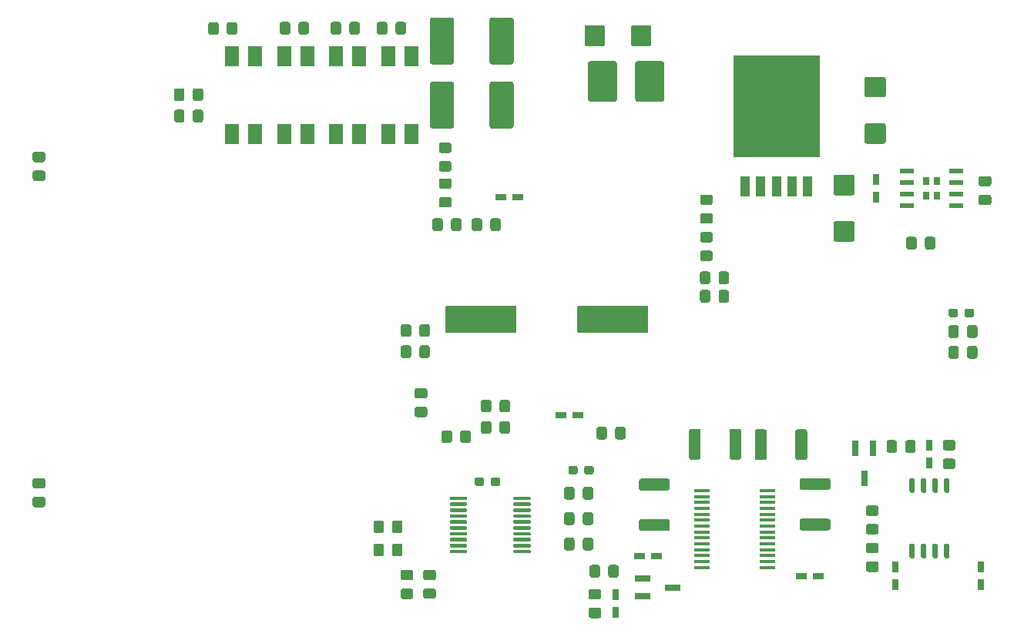
<source format=gbp>
G04 #@! TF.GenerationSoftware,KiCad,Pcbnew,(5.1.6)-1*
G04 #@! TF.CreationDate,2021-11-01T19:25:02+01:00*
G04 #@! TF.ProjectId,32mz_gauge4_sensors,33326d7a-5f67-4617-9567-65345f73656e,rev?*
G04 #@! TF.SameCoordinates,Original*
G04 #@! TF.FileFunction,Paste,Bot*
G04 #@! TF.FilePolarity,Positive*
%FSLAX46Y46*%
G04 Gerber Fmt 4.6, Leading zero omitted, Abs format (unit mm)*
G04 Created by KiCad (PCBNEW (5.1.6)-1) date 2021-11-01 19:25:02*
%MOMM*%
%LPD*%
G01*
G04 APERTURE LIST*
%ADD10R,9.448800X11.252200*%
%ADD11R,1.016000X2.286000*%
%ADD12R,1.600000X2.250000*%
%ADD13R,0.800000X1.800000*%
%ADD14R,1.800000X0.800000*%
%ADD15R,1.200000X0.750000*%
%ADD16R,0.750000X1.200000*%
%ADD17R,1.750000X0.450000*%
%ADD18R,0.720000X0.960000*%
%ADD19R,1.550000X0.600000*%
G04 APERTURE END LIST*
G36*
G01*
X75357000Y-84597500D02*
X75357000Y-84797500D01*
G75*
G02*
X75257000Y-84897500I-100000J0D01*
G01*
X73557000Y-84897500D01*
G75*
G02*
X73457000Y-84797500I0J100000D01*
G01*
X73457000Y-84597500D01*
G75*
G02*
X73557000Y-84497500I100000J0D01*
G01*
X75257000Y-84497500D01*
G75*
G02*
X75357000Y-84597500I0J-100000D01*
G01*
G37*
G36*
G01*
X75357000Y-85247500D02*
X75357000Y-85447500D01*
G75*
G02*
X75257000Y-85547500I-100000J0D01*
G01*
X73557000Y-85547500D01*
G75*
G02*
X73457000Y-85447500I0J100000D01*
G01*
X73457000Y-85247500D01*
G75*
G02*
X73557000Y-85147500I100000J0D01*
G01*
X75257000Y-85147500D01*
G75*
G02*
X75357000Y-85247500I0J-100000D01*
G01*
G37*
G36*
G01*
X75357000Y-85897500D02*
X75357000Y-86097500D01*
G75*
G02*
X75257000Y-86197500I-100000J0D01*
G01*
X73557000Y-86197500D01*
G75*
G02*
X73457000Y-86097500I0J100000D01*
G01*
X73457000Y-85897500D01*
G75*
G02*
X73557000Y-85797500I100000J0D01*
G01*
X75257000Y-85797500D01*
G75*
G02*
X75357000Y-85897500I0J-100000D01*
G01*
G37*
G36*
G01*
X75357000Y-86547500D02*
X75357000Y-86747500D01*
G75*
G02*
X75257000Y-86847500I-100000J0D01*
G01*
X73557000Y-86847500D01*
G75*
G02*
X73457000Y-86747500I0J100000D01*
G01*
X73457000Y-86547500D01*
G75*
G02*
X73557000Y-86447500I100000J0D01*
G01*
X75257000Y-86447500D01*
G75*
G02*
X75357000Y-86547500I0J-100000D01*
G01*
G37*
G36*
G01*
X75357000Y-87197500D02*
X75357000Y-87397500D01*
G75*
G02*
X75257000Y-87497500I-100000J0D01*
G01*
X73557000Y-87497500D01*
G75*
G02*
X73457000Y-87397500I0J100000D01*
G01*
X73457000Y-87197500D01*
G75*
G02*
X73557000Y-87097500I100000J0D01*
G01*
X75257000Y-87097500D01*
G75*
G02*
X75357000Y-87197500I0J-100000D01*
G01*
G37*
G36*
G01*
X75357000Y-87847500D02*
X75357000Y-88047500D01*
G75*
G02*
X75257000Y-88147500I-100000J0D01*
G01*
X73557000Y-88147500D01*
G75*
G02*
X73457000Y-88047500I0J100000D01*
G01*
X73457000Y-87847500D01*
G75*
G02*
X73557000Y-87747500I100000J0D01*
G01*
X75257000Y-87747500D01*
G75*
G02*
X75357000Y-87847500I0J-100000D01*
G01*
G37*
G36*
G01*
X75357000Y-88497500D02*
X75357000Y-88697500D01*
G75*
G02*
X75257000Y-88797500I-100000J0D01*
G01*
X73557000Y-88797500D01*
G75*
G02*
X73457000Y-88697500I0J100000D01*
G01*
X73457000Y-88497500D01*
G75*
G02*
X73557000Y-88397500I100000J0D01*
G01*
X75257000Y-88397500D01*
G75*
G02*
X75357000Y-88497500I0J-100000D01*
G01*
G37*
G36*
G01*
X75357000Y-89147500D02*
X75357000Y-89347500D01*
G75*
G02*
X75257000Y-89447500I-100000J0D01*
G01*
X73557000Y-89447500D01*
G75*
G02*
X73457000Y-89347500I0J100000D01*
G01*
X73457000Y-89147500D01*
G75*
G02*
X73557000Y-89047500I100000J0D01*
G01*
X75257000Y-89047500D01*
G75*
G02*
X75357000Y-89147500I0J-100000D01*
G01*
G37*
G36*
G01*
X75357000Y-89797500D02*
X75357000Y-89997500D01*
G75*
G02*
X75257000Y-90097500I-100000J0D01*
G01*
X73557000Y-90097500D01*
G75*
G02*
X73457000Y-89997500I0J100000D01*
G01*
X73457000Y-89797500D01*
G75*
G02*
X73557000Y-89697500I100000J0D01*
G01*
X75257000Y-89697500D01*
G75*
G02*
X75357000Y-89797500I0J-100000D01*
G01*
G37*
G36*
G01*
X75357000Y-90447500D02*
X75357000Y-90647500D01*
G75*
G02*
X75257000Y-90747500I-100000J0D01*
G01*
X73557000Y-90747500D01*
G75*
G02*
X73457000Y-90647500I0J100000D01*
G01*
X73457000Y-90447500D01*
G75*
G02*
X73557000Y-90347500I100000J0D01*
G01*
X75257000Y-90347500D01*
G75*
G02*
X75357000Y-90447500I0J-100000D01*
G01*
G37*
G36*
G01*
X82357000Y-90447500D02*
X82357000Y-90647500D01*
G75*
G02*
X82257000Y-90747500I-100000J0D01*
G01*
X80557000Y-90747500D01*
G75*
G02*
X80457000Y-90647500I0J100000D01*
G01*
X80457000Y-90447500D01*
G75*
G02*
X80557000Y-90347500I100000J0D01*
G01*
X82257000Y-90347500D01*
G75*
G02*
X82357000Y-90447500I0J-100000D01*
G01*
G37*
G36*
G01*
X82357000Y-89797500D02*
X82357000Y-89997500D01*
G75*
G02*
X82257000Y-90097500I-100000J0D01*
G01*
X80557000Y-90097500D01*
G75*
G02*
X80457000Y-89997500I0J100000D01*
G01*
X80457000Y-89797500D01*
G75*
G02*
X80557000Y-89697500I100000J0D01*
G01*
X82257000Y-89697500D01*
G75*
G02*
X82357000Y-89797500I0J-100000D01*
G01*
G37*
G36*
G01*
X82357000Y-89147500D02*
X82357000Y-89347500D01*
G75*
G02*
X82257000Y-89447500I-100000J0D01*
G01*
X80557000Y-89447500D01*
G75*
G02*
X80457000Y-89347500I0J100000D01*
G01*
X80457000Y-89147500D01*
G75*
G02*
X80557000Y-89047500I100000J0D01*
G01*
X82257000Y-89047500D01*
G75*
G02*
X82357000Y-89147500I0J-100000D01*
G01*
G37*
G36*
G01*
X82357000Y-88497500D02*
X82357000Y-88697500D01*
G75*
G02*
X82257000Y-88797500I-100000J0D01*
G01*
X80557000Y-88797500D01*
G75*
G02*
X80457000Y-88697500I0J100000D01*
G01*
X80457000Y-88497500D01*
G75*
G02*
X80557000Y-88397500I100000J0D01*
G01*
X82257000Y-88397500D01*
G75*
G02*
X82357000Y-88497500I0J-100000D01*
G01*
G37*
G36*
G01*
X82357000Y-87847500D02*
X82357000Y-88047500D01*
G75*
G02*
X82257000Y-88147500I-100000J0D01*
G01*
X80557000Y-88147500D01*
G75*
G02*
X80457000Y-88047500I0J100000D01*
G01*
X80457000Y-87847500D01*
G75*
G02*
X80557000Y-87747500I100000J0D01*
G01*
X82257000Y-87747500D01*
G75*
G02*
X82357000Y-87847500I0J-100000D01*
G01*
G37*
G36*
G01*
X82357000Y-87197500D02*
X82357000Y-87397500D01*
G75*
G02*
X82257000Y-87497500I-100000J0D01*
G01*
X80557000Y-87497500D01*
G75*
G02*
X80457000Y-87397500I0J100000D01*
G01*
X80457000Y-87197500D01*
G75*
G02*
X80557000Y-87097500I100000J0D01*
G01*
X82257000Y-87097500D01*
G75*
G02*
X82357000Y-87197500I0J-100000D01*
G01*
G37*
G36*
G01*
X82357000Y-86547500D02*
X82357000Y-86747500D01*
G75*
G02*
X82257000Y-86847500I-100000J0D01*
G01*
X80557000Y-86847500D01*
G75*
G02*
X80457000Y-86747500I0J100000D01*
G01*
X80457000Y-86547500D01*
G75*
G02*
X80557000Y-86447500I100000J0D01*
G01*
X82257000Y-86447500D01*
G75*
G02*
X82357000Y-86547500I0J-100000D01*
G01*
G37*
G36*
G01*
X82357000Y-85897500D02*
X82357000Y-86097500D01*
G75*
G02*
X82257000Y-86197500I-100000J0D01*
G01*
X80557000Y-86197500D01*
G75*
G02*
X80457000Y-86097500I0J100000D01*
G01*
X80457000Y-85897500D01*
G75*
G02*
X80557000Y-85797500I100000J0D01*
G01*
X82257000Y-85797500D01*
G75*
G02*
X82357000Y-85897500I0J-100000D01*
G01*
G37*
G36*
G01*
X82357000Y-85247500D02*
X82357000Y-85447500D01*
G75*
G02*
X82257000Y-85547500I-100000J0D01*
G01*
X80557000Y-85547500D01*
G75*
G02*
X80457000Y-85447500I0J100000D01*
G01*
X80457000Y-85247500D01*
G75*
G02*
X80557000Y-85147500I100000J0D01*
G01*
X82257000Y-85147500D01*
G75*
G02*
X82357000Y-85247500I0J-100000D01*
G01*
G37*
G36*
G01*
X82357000Y-84597500D02*
X82357000Y-84797500D01*
G75*
G02*
X82257000Y-84897500I-100000J0D01*
G01*
X80557000Y-84897500D01*
G75*
G02*
X80457000Y-84797500I0J100000D01*
G01*
X80457000Y-84597500D01*
G75*
G02*
X80557000Y-84497500I100000J0D01*
G01*
X82257000Y-84497500D01*
G75*
G02*
X82357000Y-84597500I0J-100000D01*
G01*
G37*
G36*
G01*
X72987500Y-66428000D02*
X72987500Y-63620000D01*
G75*
G02*
X73083500Y-63524000I96000J0D01*
G01*
X80691500Y-63524000D01*
G75*
G02*
X80787500Y-63620000I0J-96000D01*
G01*
X80787500Y-66428000D01*
G75*
G02*
X80691500Y-66524000I-96000J0D01*
G01*
X73083500Y-66524000D01*
G75*
G02*
X72987500Y-66428000I0J96000D01*
G01*
G37*
G36*
G01*
X87487500Y-66428000D02*
X87487500Y-63620000D01*
G75*
G02*
X87583500Y-63524000I96000J0D01*
G01*
X95191500Y-63524000D01*
G75*
G02*
X95287500Y-63620000I0J-96000D01*
G01*
X95287500Y-66428000D01*
G75*
G02*
X95191500Y-66524000I-96000J0D01*
G01*
X87583500Y-66524000D01*
G75*
G02*
X87487500Y-66428000I0J96000D01*
G01*
G37*
D10*
X109347000Y-41592500D03*
D11*
X105943400Y-50393600D03*
X107645200Y-50393600D03*
X109347000Y-50393600D03*
X111048800Y-50393600D03*
X112750600Y-50393600D03*
D12*
X55245000Y-36136000D03*
X57785000Y-36136000D03*
X57785000Y-44636000D03*
X55245000Y-44636000D03*
X49530000Y-36136000D03*
X52070000Y-36136000D03*
X52070000Y-44636000D03*
X49530000Y-44636000D03*
G36*
G01*
X124119500Y-89668000D02*
X124419500Y-89668000D01*
G75*
G02*
X124569500Y-89818000I0J-150000D01*
G01*
X124569500Y-91118000D01*
G75*
G02*
X124419500Y-91268000I-150000J0D01*
G01*
X124119500Y-91268000D01*
G75*
G02*
X123969500Y-91118000I0J150000D01*
G01*
X123969500Y-89818000D01*
G75*
G02*
X124119500Y-89668000I150000J0D01*
G01*
G37*
G36*
G01*
X125389500Y-89668000D02*
X125689500Y-89668000D01*
G75*
G02*
X125839500Y-89818000I0J-150000D01*
G01*
X125839500Y-91118000D01*
G75*
G02*
X125689500Y-91268000I-150000J0D01*
G01*
X125389500Y-91268000D01*
G75*
G02*
X125239500Y-91118000I0J150000D01*
G01*
X125239500Y-89818000D01*
G75*
G02*
X125389500Y-89668000I150000J0D01*
G01*
G37*
G36*
G01*
X126659500Y-89668000D02*
X126959500Y-89668000D01*
G75*
G02*
X127109500Y-89818000I0J-150000D01*
G01*
X127109500Y-91118000D01*
G75*
G02*
X126959500Y-91268000I-150000J0D01*
G01*
X126659500Y-91268000D01*
G75*
G02*
X126509500Y-91118000I0J150000D01*
G01*
X126509500Y-89818000D01*
G75*
G02*
X126659500Y-89668000I150000J0D01*
G01*
G37*
G36*
G01*
X127929500Y-89668000D02*
X128229500Y-89668000D01*
G75*
G02*
X128379500Y-89818000I0J-150000D01*
G01*
X128379500Y-91118000D01*
G75*
G02*
X128229500Y-91268000I-150000J0D01*
G01*
X127929500Y-91268000D01*
G75*
G02*
X127779500Y-91118000I0J150000D01*
G01*
X127779500Y-89818000D01*
G75*
G02*
X127929500Y-89668000I150000J0D01*
G01*
G37*
G36*
G01*
X127929500Y-82468000D02*
X128229500Y-82468000D01*
G75*
G02*
X128379500Y-82618000I0J-150000D01*
G01*
X128379500Y-83918000D01*
G75*
G02*
X128229500Y-84068000I-150000J0D01*
G01*
X127929500Y-84068000D01*
G75*
G02*
X127779500Y-83918000I0J150000D01*
G01*
X127779500Y-82618000D01*
G75*
G02*
X127929500Y-82468000I150000J0D01*
G01*
G37*
G36*
G01*
X126659500Y-82468000D02*
X126959500Y-82468000D01*
G75*
G02*
X127109500Y-82618000I0J-150000D01*
G01*
X127109500Y-83918000D01*
G75*
G02*
X126959500Y-84068000I-150000J0D01*
G01*
X126659500Y-84068000D01*
G75*
G02*
X126509500Y-83918000I0J150000D01*
G01*
X126509500Y-82618000D01*
G75*
G02*
X126659500Y-82468000I150000J0D01*
G01*
G37*
G36*
G01*
X125389500Y-82468000D02*
X125689500Y-82468000D01*
G75*
G02*
X125839500Y-82618000I0J-150000D01*
G01*
X125839500Y-83918000D01*
G75*
G02*
X125689500Y-84068000I-150000J0D01*
G01*
X125389500Y-84068000D01*
G75*
G02*
X125239500Y-83918000I0J150000D01*
G01*
X125239500Y-82618000D01*
G75*
G02*
X125389500Y-82468000I150000J0D01*
G01*
G37*
G36*
G01*
X124119500Y-82468000D02*
X124419500Y-82468000D01*
G75*
G02*
X124569500Y-82618000I0J-150000D01*
G01*
X124569500Y-83918000D01*
G75*
G02*
X124419500Y-84068000I-150000J0D01*
G01*
X124119500Y-84068000D01*
G75*
G02*
X123969500Y-83918000I0J150000D01*
G01*
X123969500Y-82618000D01*
G75*
G02*
X124119500Y-82468000I150000J0D01*
G01*
G37*
D13*
X118999000Y-82485500D03*
X119949000Y-79185500D03*
X118049000Y-79185500D03*
D14*
X97916000Y-94488000D03*
X94616000Y-93538000D03*
X94616000Y-95438000D03*
G36*
G01*
X90874000Y-93160001D02*
X90874000Y-92259999D01*
G75*
G02*
X91123999Y-92010000I249999J0D01*
G01*
X91774001Y-92010000D01*
G75*
G02*
X92024000Y-92259999I0J-249999D01*
G01*
X92024000Y-93160001D01*
G75*
G02*
X91774001Y-93410000I-249999J0D01*
G01*
X91123999Y-93410000D01*
G75*
G02*
X90874000Y-93160001I0J249999D01*
G01*
G37*
G36*
G01*
X88824000Y-93160001D02*
X88824000Y-92259999D01*
G75*
G02*
X89073999Y-92010000I249999J0D01*
G01*
X89724001Y-92010000D01*
G75*
G02*
X89974000Y-92259999I0J-249999D01*
G01*
X89974000Y-93160001D01*
G75*
G02*
X89724001Y-93410000I-249999J0D01*
G01*
X89073999Y-93410000D01*
G75*
G02*
X88824000Y-93160001I0J249999D01*
G01*
G37*
G36*
G01*
X125672000Y-57092001D02*
X125672000Y-56191999D01*
G75*
G02*
X125921999Y-55942000I249999J0D01*
G01*
X126572001Y-55942000D01*
G75*
G02*
X126822000Y-56191999I0J-249999D01*
G01*
X126822000Y-57092001D01*
G75*
G02*
X126572001Y-57342000I-249999J0D01*
G01*
X125921999Y-57342000D01*
G75*
G02*
X125672000Y-57092001I0J249999D01*
G01*
G37*
G36*
G01*
X123622000Y-57092001D02*
X123622000Y-56191999D01*
G75*
G02*
X123871999Y-55942000I249999J0D01*
G01*
X124522001Y-55942000D01*
G75*
G02*
X124772000Y-56191999I0J-249999D01*
G01*
X124772000Y-57092001D01*
G75*
G02*
X124522001Y-57342000I-249999J0D01*
G01*
X123871999Y-57342000D01*
G75*
G02*
X123622000Y-57092001I0J249999D01*
G01*
G37*
G36*
G01*
X131820499Y-51313500D02*
X132720501Y-51313500D01*
G75*
G02*
X132970500Y-51563499I0J-249999D01*
G01*
X132970500Y-52213501D01*
G75*
G02*
X132720501Y-52463500I-249999J0D01*
G01*
X131820499Y-52463500D01*
G75*
G02*
X131570500Y-52213501I0J249999D01*
G01*
X131570500Y-51563499D01*
G75*
G02*
X131820499Y-51313500I249999J0D01*
G01*
G37*
G36*
G01*
X131820499Y-49263500D02*
X132720501Y-49263500D01*
G75*
G02*
X132970500Y-49513499I0J-249999D01*
G01*
X132970500Y-50163501D01*
G75*
G02*
X132720501Y-50413500I-249999J0D01*
G01*
X131820499Y-50413500D01*
G75*
G02*
X131570500Y-50163501I0J249999D01*
G01*
X131570500Y-49513499D01*
G75*
G02*
X131820499Y-49263500I249999J0D01*
G01*
G37*
G36*
G01*
X129407500Y-68193499D02*
X129407500Y-69093501D01*
G75*
G02*
X129157501Y-69343500I-249999J0D01*
G01*
X128507499Y-69343500D01*
G75*
G02*
X128257500Y-69093501I0J249999D01*
G01*
X128257500Y-68193499D01*
G75*
G02*
X128507499Y-67943500I249999J0D01*
G01*
X129157501Y-67943500D01*
G75*
G02*
X129407500Y-68193499I0J-249999D01*
G01*
G37*
G36*
G01*
X131457500Y-68193499D02*
X131457500Y-69093501D01*
G75*
G02*
X131207501Y-69343500I-249999J0D01*
G01*
X130557499Y-69343500D01*
G75*
G02*
X130307500Y-69093501I0J249999D01*
G01*
X130307500Y-68193499D01*
G75*
G02*
X130557499Y-67943500I249999J0D01*
G01*
X131207501Y-67943500D01*
G75*
G02*
X131457500Y-68193499I0J-249999D01*
G01*
G37*
G36*
G01*
X129407500Y-65907499D02*
X129407500Y-66807501D01*
G75*
G02*
X129157501Y-67057500I-249999J0D01*
G01*
X128507499Y-67057500D01*
G75*
G02*
X128257500Y-66807501I0J249999D01*
G01*
X128257500Y-65907499D01*
G75*
G02*
X128507499Y-65657500I249999J0D01*
G01*
X129157501Y-65657500D01*
G75*
G02*
X129407500Y-65907499I0J-249999D01*
G01*
G37*
G36*
G01*
X131457500Y-65907499D02*
X131457500Y-66807501D01*
G75*
G02*
X131207501Y-67057500I-249999J0D01*
G01*
X130557499Y-67057500D01*
G75*
G02*
X130307500Y-66807501I0J249999D01*
G01*
X130307500Y-65907499D01*
G75*
G02*
X130557499Y-65657500I249999J0D01*
G01*
X131207501Y-65657500D01*
G75*
G02*
X131457500Y-65907499I0J-249999D01*
G01*
G37*
G36*
G01*
X88080000Y-90175501D02*
X88080000Y-89275499D01*
G75*
G02*
X88329999Y-89025500I249999J0D01*
G01*
X88980001Y-89025500D01*
G75*
G02*
X89230000Y-89275499I0J-249999D01*
G01*
X89230000Y-90175501D01*
G75*
G02*
X88980001Y-90425500I-249999J0D01*
G01*
X88329999Y-90425500D01*
G75*
G02*
X88080000Y-90175501I0J249999D01*
G01*
G37*
G36*
G01*
X86030000Y-90175501D02*
X86030000Y-89275499D01*
G75*
G02*
X86279999Y-89025500I249999J0D01*
G01*
X86930001Y-89025500D01*
G75*
G02*
X87180000Y-89275499I0J-249999D01*
G01*
X87180000Y-90175501D01*
G75*
G02*
X86930001Y-90425500I-249999J0D01*
G01*
X86279999Y-90425500D01*
G75*
G02*
X86030000Y-90175501I0J249999D01*
G01*
G37*
G36*
G01*
X56838000Y-33470001D02*
X56838000Y-32569999D01*
G75*
G02*
X57087999Y-32320000I249999J0D01*
G01*
X57738001Y-32320000D01*
G75*
G02*
X57988000Y-32569999I0J-249999D01*
G01*
X57988000Y-33470001D01*
G75*
G02*
X57738001Y-33720000I-249999J0D01*
G01*
X57087999Y-33720000D01*
G75*
G02*
X56838000Y-33470001I0J249999D01*
G01*
G37*
G36*
G01*
X54788000Y-33470001D02*
X54788000Y-32569999D01*
G75*
G02*
X55037999Y-32320000I249999J0D01*
G01*
X55688001Y-32320000D01*
G75*
G02*
X55938000Y-32569999I0J-249999D01*
G01*
X55938000Y-33470001D01*
G75*
G02*
X55688001Y-33720000I-249999J0D01*
G01*
X55037999Y-33720000D01*
G75*
G02*
X54788000Y-33470001I0J249999D01*
G01*
G37*
G36*
G01*
X48064000Y-32595399D02*
X48064000Y-33495401D01*
G75*
G02*
X47814001Y-33745400I-249999J0D01*
G01*
X47163999Y-33745400D01*
G75*
G02*
X46914000Y-33495401I0J249999D01*
G01*
X46914000Y-32595399D01*
G75*
G02*
X47163999Y-32345400I249999J0D01*
G01*
X47814001Y-32345400D01*
G75*
G02*
X48064000Y-32595399I0J-249999D01*
G01*
G37*
G36*
G01*
X50114000Y-32595399D02*
X50114000Y-33495401D01*
G75*
G02*
X49864001Y-33745400I-249999J0D01*
G01*
X49213999Y-33745400D01*
G75*
G02*
X48964000Y-33495401I0J249999D01*
G01*
X48964000Y-32595399D01*
G75*
G02*
X49213999Y-32345400I249999J0D01*
G01*
X49864001Y-32345400D01*
G75*
G02*
X50114000Y-32595399I0J-249999D01*
G01*
G37*
G36*
G01*
X101213499Y-57473000D02*
X102113501Y-57473000D01*
G75*
G02*
X102363500Y-57722999I0J-249999D01*
G01*
X102363500Y-58373001D01*
G75*
G02*
X102113501Y-58623000I-249999J0D01*
G01*
X101213499Y-58623000D01*
G75*
G02*
X100963500Y-58373001I0J249999D01*
G01*
X100963500Y-57722999D01*
G75*
G02*
X101213499Y-57473000I249999J0D01*
G01*
G37*
G36*
G01*
X101213499Y-55423000D02*
X102113501Y-55423000D01*
G75*
G02*
X102363500Y-55672999I0J-249999D01*
G01*
X102363500Y-56323001D01*
G75*
G02*
X102113501Y-56573000I-249999J0D01*
G01*
X101213499Y-56573000D01*
G75*
G02*
X100963500Y-56323001I0J249999D01*
G01*
X100963500Y-55672999D01*
G75*
G02*
X101213499Y-55423000I249999J0D01*
G01*
G37*
G36*
G01*
X44317500Y-39872499D02*
X44317500Y-40772501D01*
G75*
G02*
X44067501Y-41022500I-249999J0D01*
G01*
X43417499Y-41022500D01*
G75*
G02*
X43167500Y-40772501I0J249999D01*
G01*
X43167500Y-39872499D01*
G75*
G02*
X43417499Y-39622500I249999J0D01*
G01*
X44067501Y-39622500D01*
G75*
G02*
X44317500Y-39872499I0J-249999D01*
G01*
G37*
G36*
G01*
X46367500Y-39872499D02*
X46367500Y-40772501D01*
G75*
G02*
X46117501Y-41022500I-249999J0D01*
G01*
X45467499Y-41022500D01*
G75*
G02*
X45217500Y-40772501I0J249999D01*
G01*
X45217500Y-39872499D01*
G75*
G02*
X45467499Y-39622500I249999J0D01*
G01*
X46117501Y-39622500D01*
G75*
G02*
X46367500Y-39872499I0J-249999D01*
G01*
G37*
G36*
G01*
X44317500Y-42221999D02*
X44317500Y-43122001D01*
G75*
G02*
X44067501Y-43372000I-249999J0D01*
G01*
X43417499Y-43372000D01*
G75*
G02*
X43167500Y-43122001I0J249999D01*
G01*
X43167500Y-42221999D01*
G75*
G02*
X43417499Y-41972000I249999J0D01*
G01*
X44067501Y-41972000D01*
G75*
G02*
X44317500Y-42221999I0J-249999D01*
G01*
G37*
G36*
G01*
X46367500Y-42221999D02*
X46367500Y-43122001D01*
G75*
G02*
X46117501Y-43372000I-249999J0D01*
G01*
X45467499Y-43372000D01*
G75*
G02*
X45217500Y-43122001I0J249999D01*
G01*
X45217500Y-42221999D01*
G75*
G02*
X45467499Y-41972000I249999J0D01*
G01*
X46117501Y-41972000D01*
G75*
G02*
X46367500Y-42221999I0J-249999D01*
G01*
G37*
G36*
G01*
X101213499Y-53345500D02*
X102113501Y-53345500D01*
G75*
G02*
X102363500Y-53595499I0J-249999D01*
G01*
X102363500Y-54245501D01*
G75*
G02*
X102113501Y-54495500I-249999J0D01*
G01*
X101213499Y-54495500D01*
G75*
G02*
X100963500Y-54245501I0J249999D01*
G01*
X100963500Y-53595499D01*
G75*
G02*
X101213499Y-53345500I249999J0D01*
G01*
G37*
G36*
G01*
X101213499Y-51295500D02*
X102113501Y-51295500D01*
G75*
G02*
X102363500Y-51545499I0J-249999D01*
G01*
X102363500Y-52195501D01*
G75*
G02*
X102113501Y-52445500I-249999J0D01*
G01*
X101213499Y-52445500D01*
G75*
G02*
X100963500Y-52195501I0J249999D01*
G01*
X100963500Y-51545499D01*
G75*
G02*
X101213499Y-51295500I249999J0D01*
G01*
G37*
G36*
G01*
X127883499Y-80333000D02*
X128783501Y-80333000D01*
G75*
G02*
X129033500Y-80582999I0J-249999D01*
G01*
X129033500Y-81233001D01*
G75*
G02*
X128783501Y-81483000I-249999J0D01*
G01*
X127883499Y-81483000D01*
G75*
G02*
X127633500Y-81233001I0J249999D01*
G01*
X127633500Y-80582999D01*
G75*
G02*
X127883499Y-80333000I249999J0D01*
G01*
G37*
G36*
G01*
X127883499Y-78283000D02*
X128783501Y-78283000D01*
G75*
G02*
X129033500Y-78532999I0J-249999D01*
G01*
X129033500Y-79183001D01*
G75*
G02*
X128783501Y-79433000I-249999J0D01*
G01*
X127883499Y-79433000D01*
G75*
G02*
X127633500Y-79183001I0J249999D01*
G01*
X127633500Y-78532999D01*
G75*
G02*
X127883499Y-78283000I249999J0D01*
G01*
G37*
G36*
G01*
X27870999Y-48646500D02*
X28771001Y-48646500D01*
G75*
G02*
X29021000Y-48896499I0J-249999D01*
G01*
X29021000Y-49546501D01*
G75*
G02*
X28771001Y-49796500I-249999J0D01*
G01*
X27870999Y-49796500D01*
G75*
G02*
X27621000Y-49546501I0J249999D01*
G01*
X27621000Y-48896499D01*
G75*
G02*
X27870999Y-48646500I249999J0D01*
G01*
G37*
G36*
G01*
X27870999Y-46596500D02*
X28771001Y-46596500D01*
G75*
G02*
X29021000Y-46846499I0J-249999D01*
G01*
X29021000Y-47496501D01*
G75*
G02*
X28771001Y-47746500I-249999J0D01*
G01*
X27870999Y-47746500D01*
G75*
G02*
X27621000Y-47496501I0J249999D01*
G01*
X27621000Y-46846499D01*
G75*
G02*
X27870999Y-46596500I249999J0D01*
G01*
G37*
G36*
G01*
X28771001Y-83624000D02*
X27870999Y-83624000D01*
G75*
G02*
X27621000Y-83374001I0J249999D01*
G01*
X27621000Y-82723999D01*
G75*
G02*
X27870999Y-82474000I249999J0D01*
G01*
X28771001Y-82474000D01*
G75*
G02*
X29021000Y-82723999I0J-249999D01*
G01*
X29021000Y-83374001D01*
G75*
G02*
X28771001Y-83624000I-249999J0D01*
G01*
G37*
G36*
G01*
X28771001Y-85674000D02*
X27870999Y-85674000D01*
G75*
G02*
X27621000Y-85424001I0J249999D01*
G01*
X27621000Y-84773999D01*
G75*
G02*
X27870999Y-84524000I249999J0D01*
G01*
X28771001Y-84524000D01*
G75*
G02*
X29021000Y-84773999I0J-249999D01*
G01*
X29021000Y-85424001D01*
G75*
G02*
X28771001Y-85674000I-249999J0D01*
G01*
G37*
G36*
G01*
X119437999Y-87517500D02*
X120338001Y-87517500D01*
G75*
G02*
X120588000Y-87767499I0J-249999D01*
G01*
X120588000Y-88417501D01*
G75*
G02*
X120338001Y-88667500I-249999J0D01*
G01*
X119437999Y-88667500D01*
G75*
G02*
X119188000Y-88417501I0J249999D01*
G01*
X119188000Y-87767499D01*
G75*
G02*
X119437999Y-87517500I249999J0D01*
G01*
G37*
G36*
G01*
X119437999Y-85467500D02*
X120338001Y-85467500D01*
G75*
G02*
X120588000Y-85717499I0J-249999D01*
G01*
X120588000Y-86367501D01*
G75*
G02*
X120338001Y-86617500I-249999J0D01*
G01*
X119437999Y-86617500D01*
G75*
G02*
X119188000Y-86367501I0J249999D01*
G01*
X119188000Y-85717499D01*
G75*
G02*
X119437999Y-85467500I249999J0D01*
G01*
G37*
G36*
G01*
X123513000Y-79444001D02*
X123513000Y-78543999D01*
G75*
G02*
X123762999Y-78294000I249999J0D01*
G01*
X124413001Y-78294000D01*
G75*
G02*
X124663000Y-78543999I0J-249999D01*
G01*
X124663000Y-79444001D01*
G75*
G02*
X124413001Y-79694000I-249999J0D01*
G01*
X123762999Y-79694000D01*
G75*
G02*
X123513000Y-79444001I0J249999D01*
G01*
G37*
G36*
G01*
X121463000Y-79444001D02*
X121463000Y-78543999D01*
G75*
G02*
X121712999Y-78294000I249999J0D01*
G01*
X122363001Y-78294000D01*
G75*
G02*
X122613000Y-78543999I0J-249999D01*
G01*
X122613000Y-79444001D01*
G75*
G02*
X122363001Y-79694000I-249999J0D01*
G01*
X121712999Y-79694000D01*
G75*
G02*
X121463000Y-79444001I0J249999D01*
G01*
G37*
G36*
G01*
X88957999Y-96716000D02*
X89858001Y-96716000D01*
G75*
G02*
X90108000Y-96965999I0J-249999D01*
G01*
X90108000Y-97616001D01*
G75*
G02*
X89858001Y-97866000I-249999J0D01*
G01*
X88957999Y-97866000D01*
G75*
G02*
X88708000Y-97616001I0J249999D01*
G01*
X88708000Y-96965999D01*
G75*
G02*
X88957999Y-96716000I249999J0D01*
G01*
G37*
G36*
G01*
X88957999Y-94666000D02*
X89858001Y-94666000D01*
G75*
G02*
X90108000Y-94915999I0J-249999D01*
G01*
X90108000Y-95566001D01*
G75*
G02*
X89858001Y-95816000I-249999J0D01*
G01*
X88957999Y-95816000D01*
G75*
G02*
X88708000Y-95566001I0J249999D01*
G01*
X88708000Y-94915999D01*
G75*
G02*
X88957999Y-94666000I249999J0D01*
G01*
G37*
G36*
G01*
X120338001Y-90736000D02*
X119437999Y-90736000D01*
G75*
G02*
X119188000Y-90486001I0J249999D01*
G01*
X119188000Y-89835999D01*
G75*
G02*
X119437999Y-89586000I249999J0D01*
G01*
X120338001Y-89586000D01*
G75*
G02*
X120588000Y-89835999I0J-249999D01*
G01*
X120588000Y-90486001D01*
G75*
G02*
X120338001Y-90736000I-249999J0D01*
G01*
G37*
G36*
G01*
X120338001Y-92786000D02*
X119437999Y-92786000D01*
G75*
G02*
X119188000Y-92536001I0J249999D01*
G01*
X119188000Y-91885999D01*
G75*
G02*
X119437999Y-91636000I249999J0D01*
G01*
X120338001Y-91636000D01*
G75*
G02*
X120588000Y-91885999I0J-249999D01*
G01*
X120588000Y-92536001D01*
G75*
G02*
X120338001Y-92786000I-249999J0D01*
G01*
G37*
G36*
G01*
X66225000Y-87370499D02*
X66225000Y-88270501D01*
G75*
G02*
X65975001Y-88520500I-249999J0D01*
G01*
X65324999Y-88520500D01*
G75*
G02*
X65075000Y-88270501I0J249999D01*
G01*
X65075000Y-87370499D01*
G75*
G02*
X65324999Y-87120500I249999J0D01*
G01*
X65975001Y-87120500D01*
G75*
G02*
X66225000Y-87370499I0J-249999D01*
G01*
G37*
G36*
G01*
X68275000Y-87370499D02*
X68275000Y-88270501D01*
G75*
G02*
X68025001Y-88520500I-249999J0D01*
G01*
X67374999Y-88520500D01*
G75*
G02*
X67125000Y-88270501I0J249999D01*
G01*
X67125000Y-87370499D01*
G75*
G02*
X67374999Y-87120500I249999J0D01*
G01*
X68025001Y-87120500D01*
G75*
G02*
X68275000Y-87370499I0J-249999D01*
G01*
G37*
G36*
G01*
X66225000Y-89910499D02*
X66225000Y-90810501D01*
G75*
G02*
X65975001Y-91060500I-249999J0D01*
G01*
X65324999Y-91060500D01*
G75*
G02*
X65075000Y-90810501I0J249999D01*
G01*
X65075000Y-89910499D01*
G75*
G02*
X65324999Y-89660500I249999J0D01*
G01*
X65975001Y-89660500D01*
G75*
G02*
X66225000Y-89910499I0J-249999D01*
G01*
G37*
G36*
G01*
X68275000Y-89910499D02*
X68275000Y-90810501D01*
G75*
G02*
X68025001Y-91060500I-249999J0D01*
G01*
X67374999Y-91060500D01*
G75*
G02*
X67125000Y-90810501I0J249999D01*
G01*
X67125000Y-89910499D01*
G75*
G02*
X67374999Y-89660500I249999J0D01*
G01*
X68025001Y-89660500D01*
G75*
G02*
X68275000Y-89910499I0J-249999D01*
G01*
G37*
G36*
G01*
X90736000Y-77083499D02*
X90736000Y-77983501D01*
G75*
G02*
X90486001Y-78233500I-249999J0D01*
G01*
X89835999Y-78233500D01*
G75*
G02*
X89586000Y-77983501I0J249999D01*
G01*
X89586000Y-77083499D01*
G75*
G02*
X89835999Y-76833500I249999J0D01*
G01*
X90486001Y-76833500D01*
G75*
G02*
X90736000Y-77083499I0J-249999D01*
G01*
G37*
G36*
G01*
X92786000Y-77083499D02*
X92786000Y-77983501D01*
G75*
G02*
X92536001Y-78233500I-249999J0D01*
G01*
X91885999Y-78233500D01*
G75*
G02*
X91636000Y-77983501I0J249999D01*
G01*
X91636000Y-77083499D01*
G75*
G02*
X91885999Y-76833500I249999J0D01*
G01*
X92536001Y-76833500D01*
G75*
G02*
X92786000Y-77083499I0J-249999D01*
G01*
G37*
G36*
G01*
X73411501Y-46730500D02*
X72511499Y-46730500D01*
G75*
G02*
X72261500Y-46480501I0J249999D01*
G01*
X72261500Y-45830499D01*
G75*
G02*
X72511499Y-45580500I249999J0D01*
G01*
X73411501Y-45580500D01*
G75*
G02*
X73661500Y-45830499I0J-249999D01*
G01*
X73661500Y-46480501D01*
G75*
G02*
X73411501Y-46730500I-249999J0D01*
G01*
G37*
G36*
G01*
X73411501Y-48780500D02*
X72511499Y-48780500D01*
G75*
G02*
X72261500Y-48530501I0J249999D01*
G01*
X72261500Y-47880499D01*
G75*
G02*
X72511499Y-47630500I249999J0D01*
G01*
X73411501Y-47630500D01*
G75*
G02*
X73661500Y-47880499I0J-249999D01*
G01*
X73661500Y-48530501D01*
G75*
G02*
X73411501Y-48780500I-249999J0D01*
G01*
G37*
G36*
G01*
X87534000Y-81360000D02*
X87534000Y-81835000D01*
G75*
G02*
X87296500Y-82072500I-237500J0D01*
G01*
X86721500Y-82072500D01*
G75*
G02*
X86484000Y-81835000I0J237500D01*
G01*
X86484000Y-81360000D01*
G75*
G02*
X86721500Y-81122500I237500J0D01*
G01*
X87296500Y-81122500D01*
G75*
G02*
X87534000Y-81360000I0J-237500D01*
G01*
G37*
G36*
G01*
X89284000Y-81360000D02*
X89284000Y-81835000D01*
G75*
G02*
X89046500Y-82072500I-237500J0D01*
G01*
X88471500Y-82072500D01*
G75*
G02*
X88234000Y-81835000I0J237500D01*
G01*
X88234000Y-81360000D01*
G75*
G02*
X88471500Y-81122500I237500J0D01*
G01*
X89046500Y-81122500D01*
G75*
G02*
X89284000Y-81360000I0J-237500D01*
G01*
G37*
G36*
G01*
X77247000Y-82630000D02*
X77247000Y-83105000D01*
G75*
G02*
X77009500Y-83342500I-237500J0D01*
G01*
X76434500Y-83342500D01*
G75*
G02*
X76197000Y-83105000I0J237500D01*
G01*
X76197000Y-82630000D01*
G75*
G02*
X76434500Y-82392500I237500J0D01*
G01*
X77009500Y-82392500D01*
G75*
G02*
X77247000Y-82630000I0J-237500D01*
G01*
G37*
G36*
G01*
X78997000Y-82630000D02*
X78997000Y-83105000D01*
G75*
G02*
X78759500Y-83342500I-237500J0D01*
G01*
X78184500Y-83342500D01*
G75*
G02*
X77947000Y-83105000I0J237500D01*
G01*
X77947000Y-82630000D01*
G75*
G02*
X78184500Y-82392500I237500J0D01*
G01*
X78759500Y-82392500D01*
G75*
G02*
X78997000Y-82630000I0J-237500D01*
G01*
G37*
G36*
G01*
X129317000Y-64088000D02*
X129317000Y-64563000D01*
G75*
G02*
X129079500Y-64800500I-237500J0D01*
G01*
X128504500Y-64800500D01*
G75*
G02*
X128267000Y-64563000I0J237500D01*
G01*
X128267000Y-64088000D01*
G75*
G02*
X128504500Y-63850500I237500J0D01*
G01*
X129079500Y-63850500D01*
G75*
G02*
X129317000Y-64088000I0J-237500D01*
G01*
G37*
G36*
G01*
X131067000Y-64088000D02*
X131067000Y-64563000D01*
G75*
G02*
X130829500Y-64800500I-237500J0D01*
G01*
X130254500Y-64800500D01*
G75*
G02*
X130017000Y-64563000I0J237500D01*
G01*
X130017000Y-64088000D01*
G75*
G02*
X130254500Y-63850500I237500J0D01*
G01*
X130829500Y-63850500D01*
G75*
G02*
X131067000Y-64088000I0J-237500D01*
G01*
G37*
G36*
G01*
X69207801Y-93707800D02*
X68307799Y-93707800D01*
G75*
G02*
X68057800Y-93457801I0J249999D01*
G01*
X68057800Y-92807799D01*
G75*
G02*
X68307799Y-92557800I249999J0D01*
G01*
X69207801Y-92557800D01*
G75*
G02*
X69457800Y-92807799I0J-249999D01*
G01*
X69457800Y-93457801D01*
G75*
G02*
X69207801Y-93707800I-249999J0D01*
G01*
G37*
G36*
G01*
X69207801Y-95757800D02*
X68307799Y-95757800D01*
G75*
G02*
X68057800Y-95507801I0J249999D01*
G01*
X68057800Y-94857799D01*
G75*
G02*
X68307799Y-94607800I249999J0D01*
G01*
X69207801Y-94607800D01*
G75*
G02*
X69457800Y-94857799I0J-249999D01*
G01*
X69457800Y-95507801D01*
G75*
G02*
X69207801Y-95757800I-249999J0D01*
G01*
G37*
G36*
G01*
X71697001Y-93691400D02*
X70796999Y-93691400D01*
G75*
G02*
X70547000Y-93441401I0J249999D01*
G01*
X70547000Y-92791399D01*
G75*
G02*
X70796999Y-92541400I249999J0D01*
G01*
X71697001Y-92541400D01*
G75*
G02*
X71947000Y-92791399I0J-249999D01*
G01*
X71947000Y-93441401D01*
G75*
G02*
X71697001Y-93691400I-249999J0D01*
G01*
G37*
G36*
G01*
X71697001Y-95741400D02*
X70796999Y-95741400D01*
G75*
G02*
X70547000Y-95491401I0J249999D01*
G01*
X70547000Y-94841399D01*
G75*
G02*
X70796999Y-94591400I249999J0D01*
G01*
X71697001Y-94591400D01*
G75*
G02*
X71947000Y-94841399I0J-249999D01*
G01*
X71947000Y-95491401D01*
G75*
G02*
X71697001Y-95741400I-249999J0D01*
G01*
G37*
G36*
G01*
X73411501Y-50667500D02*
X72511499Y-50667500D01*
G75*
G02*
X72261500Y-50417501I0J249999D01*
G01*
X72261500Y-49767499D01*
G75*
G02*
X72511499Y-49517500I249999J0D01*
G01*
X73411501Y-49517500D01*
G75*
G02*
X73661500Y-49767499I0J-249999D01*
G01*
X73661500Y-50417501D01*
G75*
G02*
X73411501Y-50667500I-249999J0D01*
G01*
G37*
G36*
G01*
X73411501Y-52717500D02*
X72511499Y-52717500D01*
G75*
G02*
X72261500Y-52467501I0J249999D01*
G01*
X72261500Y-51817499D01*
G75*
G02*
X72511499Y-51567500I249999J0D01*
G01*
X73411501Y-51567500D01*
G75*
G02*
X73661500Y-51817499I0J-249999D01*
G01*
X73661500Y-52467501D01*
G75*
G02*
X73411501Y-52717500I-249999J0D01*
G01*
G37*
G36*
G01*
X70122200Y-66693201D02*
X70122200Y-65793199D01*
G75*
G02*
X70372199Y-65543200I249999J0D01*
G01*
X71022201Y-65543200D01*
G75*
G02*
X71272200Y-65793199I0J-249999D01*
G01*
X71272200Y-66693201D01*
G75*
G02*
X71022201Y-66943200I-249999J0D01*
G01*
X70372199Y-66943200D01*
G75*
G02*
X70122200Y-66693201I0J249999D01*
G01*
G37*
G36*
G01*
X68072200Y-66693201D02*
X68072200Y-65793199D01*
G75*
G02*
X68322199Y-65543200I249999J0D01*
G01*
X68972201Y-65543200D01*
G75*
G02*
X69222200Y-65793199I0J-249999D01*
G01*
X69222200Y-66693201D01*
G75*
G02*
X68972201Y-66943200I-249999J0D01*
G01*
X68322199Y-66943200D01*
G75*
G02*
X68072200Y-66693201I0J249999D01*
G01*
G37*
G36*
G01*
X70122200Y-69030001D02*
X70122200Y-68129999D01*
G75*
G02*
X70372199Y-67880000I249999J0D01*
G01*
X71022201Y-67880000D01*
G75*
G02*
X71272200Y-68129999I0J-249999D01*
G01*
X71272200Y-69030001D01*
G75*
G02*
X71022201Y-69280000I-249999J0D01*
G01*
X70372199Y-69280000D01*
G75*
G02*
X70122200Y-69030001I0J249999D01*
G01*
G37*
G36*
G01*
X68072200Y-69030001D02*
X68072200Y-68129999D01*
G75*
G02*
X68322199Y-67880000I249999J0D01*
G01*
X68972201Y-67880000D01*
G75*
G02*
X69222200Y-68129999I0J-249999D01*
G01*
X69222200Y-69030001D01*
G75*
G02*
X68972201Y-69280000I-249999J0D01*
G01*
X68322199Y-69280000D01*
G75*
G02*
X68072200Y-69030001I0J249999D01*
G01*
G37*
G36*
G01*
X73602000Y-55060001D02*
X73602000Y-54159999D01*
G75*
G02*
X73851999Y-53910000I249999J0D01*
G01*
X74502001Y-53910000D01*
G75*
G02*
X74752000Y-54159999I0J-249999D01*
G01*
X74752000Y-55060001D01*
G75*
G02*
X74502001Y-55310000I-249999J0D01*
G01*
X73851999Y-55310000D01*
G75*
G02*
X73602000Y-55060001I0J249999D01*
G01*
G37*
G36*
G01*
X71552000Y-55060001D02*
X71552000Y-54159999D01*
G75*
G02*
X71801999Y-53910000I249999J0D01*
G01*
X72452001Y-53910000D01*
G75*
G02*
X72702000Y-54159999I0J-249999D01*
G01*
X72702000Y-55060001D01*
G75*
G02*
X72452001Y-55310000I-249999J0D01*
G01*
X71801999Y-55310000D01*
G75*
G02*
X71552000Y-55060001I0J249999D01*
G01*
G37*
G36*
G01*
X77920000Y-55060001D02*
X77920000Y-54159999D01*
G75*
G02*
X78169999Y-53910000I249999J0D01*
G01*
X78820001Y-53910000D01*
G75*
G02*
X79070000Y-54159999I0J-249999D01*
G01*
X79070000Y-55060001D01*
G75*
G02*
X78820001Y-55310000I-249999J0D01*
G01*
X78169999Y-55310000D01*
G75*
G02*
X77920000Y-55060001I0J249999D01*
G01*
G37*
G36*
G01*
X75870000Y-55060001D02*
X75870000Y-54159999D01*
G75*
G02*
X76119999Y-53910000I249999J0D01*
G01*
X76770001Y-53910000D01*
G75*
G02*
X77020000Y-54159999I0J-249999D01*
G01*
X77020000Y-55060001D01*
G75*
G02*
X76770001Y-55310000I-249999J0D01*
G01*
X76119999Y-55310000D01*
G75*
G02*
X75870000Y-55060001I0J249999D01*
G01*
G37*
G36*
G01*
X66606000Y-32569999D02*
X66606000Y-33470001D01*
G75*
G02*
X66356001Y-33720000I-249999J0D01*
G01*
X65705999Y-33720000D01*
G75*
G02*
X65456000Y-33470001I0J249999D01*
G01*
X65456000Y-32569999D01*
G75*
G02*
X65705999Y-32320000I249999J0D01*
G01*
X66356001Y-32320000D01*
G75*
G02*
X66606000Y-32569999I0J-249999D01*
G01*
G37*
G36*
G01*
X68656000Y-32569999D02*
X68656000Y-33470001D01*
G75*
G02*
X68406001Y-33720000I-249999J0D01*
G01*
X67755999Y-33720000D01*
G75*
G02*
X67506000Y-33470001I0J249999D01*
G01*
X67506000Y-32569999D01*
G75*
G02*
X67755999Y-32320000I249999J0D01*
G01*
X68406001Y-32320000D01*
G75*
G02*
X68656000Y-32569999I0J-249999D01*
G01*
G37*
G36*
G01*
X61526000Y-32569999D02*
X61526000Y-33470001D01*
G75*
G02*
X61276001Y-33720000I-249999J0D01*
G01*
X60625999Y-33720000D01*
G75*
G02*
X60376000Y-33470001I0J249999D01*
G01*
X60376000Y-32569999D01*
G75*
G02*
X60625999Y-32320000I249999J0D01*
G01*
X61276001Y-32320000D01*
G75*
G02*
X61526000Y-32569999I0J-249999D01*
G01*
G37*
G36*
G01*
X63576000Y-32569999D02*
X63576000Y-33470001D01*
G75*
G02*
X63326001Y-33720000I-249999J0D01*
G01*
X62675999Y-33720000D01*
G75*
G02*
X62426000Y-33470001I0J249999D01*
G01*
X62426000Y-32569999D01*
G75*
G02*
X62675999Y-32320000I249999J0D01*
G01*
X63326001Y-32320000D01*
G75*
G02*
X63576000Y-32569999I0J-249999D01*
G01*
G37*
G36*
G01*
X102102500Y-62033999D02*
X102102500Y-62934001D01*
G75*
G02*
X101852501Y-63184000I-249999J0D01*
G01*
X101202499Y-63184000D01*
G75*
G02*
X100952500Y-62934001I0J249999D01*
G01*
X100952500Y-62033999D01*
G75*
G02*
X101202499Y-61784000I249999J0D01*
G01*
X101852501Y-61784000D01*
G75*
G02*
X102102500Y-62033999I0J-249999D01*
G01*
G37*
G36*
G01*
X104152500Y-62033999D02*
X104152500Y-62934001D01*
G75*
G02*
X103902501Y-63184000I-249999J0D01*
G01*
X103252499Y-63184000D01*
G75*
G02*
X103002500Y-62934001I0J249999D01*
G01*
X103002500Y-62033999D01*
G75*
G02*
X103252499Y-61784000I249999J0D01*
G01*
X103902501Y-61784000D01*
G75*
G02*
X104152500Y-62033999I0J-249999D01*
G01*
G37*
G36*
G01*
X102102500Y-60001999D02*
X102102500Y-60902001D01*
G75*
G02*
X101852501Y-61152000I-249999J0D01*
G01*
X101202499Y-61152000D01*
G75*
G02*
X100952500Y-60902001I0J249999D01*
G01*
X100952500Y-60001999D01*
G75*
G02*
X101202499Y-59752000I249999J0D01*
G01*
X101852501Y-59752000D01*
G75*
G02*
X102102500Y-60001999I0J-249999D01*
G01*
G37*
G36*
G01*
X104152500Y-60001999D02*
X104152500Y-60902001D01*
G75*
G02*
X103902501Y-61152000I-249999J0D01*
G01*
X103252499Y-61152000D01*
G75*
G02*
X103002500Y-60902001I0J249999D01*
G01*
X103002500Y-60001999D01*
G75*
G02*
X103252499Y-59752000I249999J0D01*
G01*
X103902501Y-59752000D01*
G75*
G02*
X104152500Y-60001999I0J-249999D01*
G01*
G37*
G36*
G01*
X88080000Y-84587501D02*
X88080000Y-83687499D01*
G75*
G02*
X88329999Y-83437500I249999J0D01*
G01*
X88980001Y-83437500D01*
G75*
G02*
X89230000Y-83687499I0J-249999D01*
G01*
X89230000Y-84587501D01*
G75*
G02*
X88980001Y-84837500I-249999J0D01*
G01*
X88329999Y-84837500D01*
G75*
G02*
X88080000Y-84587501I0J249999D01*
G01*
G37*
G36*
G01*
X86030000Y-84587501D02*
X86030000Y-83687499D01*
G75*
G02*
X86279999Y-83437500I249999J0D01*
G01*
X86930001Y-83437500D01*
G75*
G02*
X87180000Y-83687499I0J-249999D01*
G01*
X87180000Y-84587501D01*
G75*
G02*
X86930001Y-84837500I-249999J0D01*
G01*
X86279999Y-84837500D01*
G75*
G02*
X86030000Y-84587501I0J249999D01*
G01*
G37*
G36*
G01*
X87180000Y-86481499D02*
X87180000Y-87381501D01*
G75*
G02*
X86930001Y-87631500I-249999J0D01*
G01*
X86279999Y-87631500D01*
G75*
G02*
X86030000Y-87381501I0J249999D01*
G01*
X86030000Y-86481499D01*
G75*
G02*
X86279999Y-86231500I249999J0D01*
G01*
X86930001Y-86231500D01*
G75*
G02*
X87180000Y-86481499I0J-249999D01*
G01*
G37*
G36*
G01*
X89230000Y-86481499D02*
X89230000Y-87381501D01*
G75*
G02*
X88980001Y-87631500I-249999J0D01*
G01*
X88329999Y-87631500D01*
G75*
G02*
X88080000Y-87381501I0J249999D01*
G01*
X88080000Y-86481499D01*
G75*
G02*
X88329999Y-86231500I249999J0D01*
G01*
X88980001Y-86231500D01*
G75*
G02*
X89230000Y-86481499I0J-249999D01*
G01*
G37*
D12*
X66675000Y-36136000D03*
X69215000Y-36136000D03*
X69215000Y-44636000D03*
X66675000Y-44636000D03*
X60960000Y-36136000D03*
X63500000Y-36136000D03*
X63500000Y-44636000D03*
X60960000Y-44636000D03*
D15*
X94300000Y-91059000D03*
X96200000Y-91059000D03*
X87564000Y-75565000D03*
X85664000Y-75565000D03*
X79060000Y-51562000D03*
X80960000Y-51562000D03*
D16*
X120332500Y-49659500D03*
X120332500Y-51559500D03*
D15*
X112080000Y-93218000D03*
X113980000Y-93218000D03*
D16*
X126174500Y-78869500D03*
X126174500Y-80769500D03*
X131826000Y-92268000D03*
X131826000Y-94168000D03*
X122428000Y-94168000D03*
X122428000Y-92268000D03*
X91694000Y-97216000D03*
X91694000Y-95316000D03*
D17*
X101136900Y-83849500D03*
X101136900Y-84499500D03*
X101136900Y-85149500D03*
X101136900Y-85799500D03*
X101136900Y-86449500D03*
X101136900Y-87099500D03*
X101136900Y-87749500D03*
X101136900Y-88399500D03*
X101136900Y-89049500D03*
X101136900Y-89699500D03*
X101136900Y-90349500D03*
X101136900Y-90999500D03*
X101136900Y-91649500D03*
X101136900Y-92299500D03*
X108336900Y-92299500D03*
X108336900Y-91649500D03*
X108336900Y-90999500D03*
X108336900Y-90349500D03*
X108336900Y-89699500D03*
X108336900Y-89049500D03*
X108336900Y-88399500D03*
X108336900Y-87749500D03*
X108336900Y-87099500D03*
X108336900Y-86449500D03*
X108336900Y-85799500D03*
X108336900Y-85149500D03*
X108336900Y-84499500D03*
X108336900Y-83849500D03*
D18*
X125828500Y-51409500D03*
X125828500Y-49809500D03*
X127028500Y-51409500D03*
X127028500Y-49809500D03*
D19*
X129128500Y-52514500D03*
X129128500Y-51244500D03*
X129128500Y-49974500D03*
X129128500Y-48704500D03*
X123728500Y-48704500D03*
X123728500Y-49974500D03*
X123728500Y-51244500D03*
X123728500Y-52514500D03*
G36*
G01*
X77832500Y-36742000D02*
X77832500Y-32092000D01*
G75*
G02*
X78082500Y-31842000I250000J0D01*
G01*
X80232500Y-31842000D01*
G75*
G02*
X80482500Y-32092000I0J-250000D01*
G01*
X80482500Y-36742000D01*
G75*
G02*
X80232500Y-36992000I-250000J0D01*
G01*
X78082500Y-36992000D01*
G75*
G02*
X77832500Y-36742000I0J250000D01*
G01*
G37*
G36*
G01*
X71282500Y-36742000D02*
X71282500Y-32092000D01*
G75*
G02*
X71532500Y-31842000I250000J0D01*
G01*
X73682500Y-31842000D01*
G75*
G02*
X73932500Y-32092000I0J-250000D01*
G01*
X73932500Y-36742000D01*
G75*
G02*
X73682500Y-36992000I-250000J0D01*
G01*
X71532500Y-36992000D01*
G75*
G02*
X71282500Y-36742000I0J250000D01*
G01*
G37*
G36*
G01*
X71282500Y-43790500D02*
X71282500Y-39140500D01*
G75*
G02*
X71532500Y-38890500I250000J0D01*
G01*
X73682500Y-38890500D01*
G75*
G02*
X73932500Y-39140500I0J-250000D01*
G01*
X73932500Y-43790500D01*
G75*
G02*
X73682500Y-44040500I-250000J0D01*
G01*
X71532500Y-44040500D01*
G75*
G02*
X71282500Y-43790500I0J250000D01*
G01*
G37*
G36*
G01*
X77832500Y-43790500D02*
X77832500Y-39140500D01*
G75*
G02*
X78082500Y-38890500I250000J0D01*
G01*
X80232500Y-38890500D01*
G75*
G02*
X80482500Y-39140500I0J-250000D01*
G01*
X80482500Y-43790500D01*
G75*
G02*
X80232500Y-44040500I-250000J0D01*
G01*
X78082500Y-44040500D01*
G75*
G02*
X77832500Y-43790500I0J250000D01*
G01*
G37*
G36*
G01*
X72568000Y-78364501D02*
X72568000Y-77464499D01*
G75*
G02*
X72817999Y-77214500I249999J0D01*
G01*
X73468001Y-77214500D01*
G75*
G02*
X73718000Y-77464499I0J-249999D01*
G01*
X73718000Y-78364501D01*
G75*
G02*
X73468001Y-78614500I-249999J0D01*
G01*
X72817999Y-78614500D01*
G75*
G02*
X72568000Y-78364501I0J249999D01*
G01*
G37*
G36*
G01*
X74618000Y-78364501D02*
X74618000Y-77464499D01*
G75*
G02*
X74867999Y-77214500I249999J0D01*
G01*
X75518001Y-77214500D01*
G75*
G02*
X75768000Y-77464499I0J-249999D01*
G01*
X75768000Y-78364501D01*
G75*
G02*
X75518001Y-78614500I-249999J0D01*
G01*
X74867999Y-78614500D01*
G75*
G02*
X74618000Y-78364501I0J249999D01*
G01*
G37*
G36*
G01*
X70744501Y-75768000D02*
X69844499Y-75768000D01*
G75*
G02*
X69594500Y-75518001I0J249999D01*
G01*
X69594500Y-74867999D01*
G75*
G02*
X69844499Y-74618000I249999J0D01*
G01*
X70744501Y-74618000D01*
G75*
G02*
X70994500Y-74867999I0J-249999D01*
G01*
X70994500Y-75518001D01*
G75*
G02*
X70744501Y-75768000I-249999J0D01*
G01*
G37*
G36*
G01*
X70744501Y-73718000D02*
X69844499Y-73718000D01*
G75*
G02*
X69594500Y-73468001I0J249999D01*
G01*
X69594500Y-72817999D01*
G75*
G02*
X69844499Y-72568000I249999J0D01*
G01*
X70744501Y-72568000D01*
G75*
G02*
X70994500Y-72817999I0J-249999D01*
G01*
X70994500Y-73468001D01*
G75*
G02*
X70744501Y-73718000I-249999J0D01*
G01*
G37*
G36*
G01*
X94498100Y-82532500D02*
X97398900Y-82532500D01*
G75*
G02*
X97648500Y-82782100I0J-249600D01*
G01*
X97648500Y-83582900D01*
G75*
G02*
X97398900Y-83832500I-249600J0D01*
G01*
X94498100Y-83832500D01*
G75*
G02*
X94248500Y-83582900I0J249600D01*
G01*
X94248500Y-82782100D01*
G75*
G02*
X94498100Y-82532500I249600J0D01*
G01*
G37*
G36*
G01*
X94498500Y-86982500D02*
X97398500Y-86982500D01*
G75*
G02*
X97648500Y-87232500I0J-250000D01*
G01*
X97648500Y-88032500D01*
G75*
G02*
X97398500Y-88282500I-250000J0D01*
G01*
X94498500Y-88282500D01*
G75*
G02*
X94248500Y-88032500I0J250000D01*
G01*
X94248500Y-87232500D01*
G75*
G02*
X94498500Y-86982500I250000J0D01*
G01*
G37*
G36*
G01*
X99741000Y-80190000D02*
X99741000Y-77290000D01*
G75*
G02*
X99991000Y-77040000I250000J0D01*
G01*
X100791000Y-77040000D01*
G75*
G02*
X101041000Y-77290000I0J-250000D01*
G01*
X101041000Y-80190000D01*
G75*
G02*
X100791000Y-80440000I-250000J0D01*
G01*
X99991000Y-80440000D01*
G75*
G02*
X99741000Y-80190000I0J250000D01*
G01*
G37*
G36*
G01*
X104191000Y-80190000D02*
X104191000Y-77290000D01*
G75*
G02*
X104441000Y-77040000I250000J0D01*
G01*
X105241000Y-77040000D01*
G75*
G02*
X105491000Y-77290000I0J-250000D01*
G01*
X105491000Y-80190000D01*
G75*
G02*
X105241000Y-80440000I-250000J0D01*
G01*
X104441000Y-80440000D01*
G75*
G02*
X104191000Y-80190000I0J250000D01*
G01*
G37*
G36*
G01*
X108280000Y-77353500D02*
X108280000Y-80253500D01*
G75*
G02*
X108030000Y-80503500I-250000J0D01*
G01*
X107230000Y-80503500D01*
G75*
G02*
X106980000Y-80253500I0J250000D01*
G01*
X106980000Y-77353500D01*
G75*
G02*
X107230000Y-77103500I250000J0D01*
G01*
X108030000Y-77103500D01*
G75*
G02*
X108280000Y-77353500I0J-250000D01*
G01*
G37*
G36*
G01*
X112730000Y-77353500D02*
X112730000Y-80253500D01*
G75*
G02*
X112480000Y-80503500I-250000J0D01*
G01*
X111680000Y-80503500D01*
G75*
G02*
X111430000Y-80253500I0J250000D01*
G01*
X111430000Y-77353500D01*
G75*
G02*
X111680000Y-77103500I250000J0D01*
G01*
X112480000Y-77103500D01*
G75*
G02*
X112730000Y-77353500I0J-250000D01*
G01*
G37*
G36*
G01*
X112151500Y-86919000D02*
X115051500Y-86919000D01*
G75*
G02*
X115301500Y-87169000I0J-250000D01*
G01*
X115301500Y-87969000D01*
G75*
G02*
X115051500Y-88219000I-250000J0D01*
G01*
X112151500Y-88219000D01*
G75*
G02*
X111901500Y-87969000I0J250000D01*
G01*
X111901500Y-87169000D01*
G75*
G02*
X112151500Y-86919000I250000J0D01*
G01*
G37*
G36*
G01*
X112151500Y-82469000D02*
X115051500Y-82469000D01*
G75*
G02*
X115301500Y-82719000I0J-250000D01*
G01*
X115301500Y-83519000D01*
G75*
G02*
X115051500Y-83769000I-250000J0D01*
G01*
X112151500Y-83769000D01*
G75*
G02*
X111901500Y-83519000I0J250000D01*
G01*
X111901500Y-82719000D01*
G75*
G02*
X112151500Y-82469000I250000J0D01*
G01*
G37*
G36*
G01*
X119280499Y-38362000D02*
X121130501Y-38362000D01*
G75*
G02*
X121380500Y-38611999I0J-249999D01*
G01*
X121380500Y-40362001D01*
G75*
G02*
X121130501Y-40612000I-249999J0D01*
G01*
X119280499Y-40612000D01*
G75*
G02*
X119030500Y-40362001I0J249999D01*
G01*
X119030500Y-38611999D01*
G75*
G02*
X119280499Y-38362000I249999J0D01*
G01*
G37*
G36*
G01*
X119280499Y-43462000D02*
X121130501Y-43462000D01*
G75*
G02*
X121380500Y-43711999I0J-249999D01*
G01*
X121380500Y-45462001D01*
G75*
G02*
X121130501Y-45712000I-249999J0D01*
G01*
X119280499Y-45712000D01*
G75*
G02*
X119030500Y-45462001I0J249999D01*
G01*
X119030500Y-43711999D01*
G75*
G02*
X119280499Y-43462000I249999J0D01*
G01*
G37*
G36*
G01*
X88637000Y-40837000D02*
X88637000Y-36887000D01*
G75*
G02*
X88887000Y-36637000I250000J0D01*
G01*
X91587000Y-36637000D01*
G75*
G02*
X91837000Y-36887000I0J-250000D01*
G01*
X91837000Y-40837000D01*
G75*
G02*
X91587000Y-41087000I-250000J0D01*
G01*
X88887000Y-41087000D01*
G75*
G02*
X88637000Y-40837000I0J250000D01*
G01*
G37*
G36*
G01*
X93837000Y-40837000D02*
X93837000Y-36887000D01*
G75*
G02*
X94087000Y-36637000I250000J0D01*
G01*
X96787000Y-36637000D01*
G75*
G02*
X97037000Y-36887000I0J-250000D01*
G01*
X97037000Y-40837000D01*
G75*
G02*
X96787000Y-41087000I-250000J0D01*
G01*
X94087000Y-41087000D01*
G75*
G02*
X93837000Y-40837000I0J250000D01*
G01*
G37*
G36*
G01*
X90523000Y-32920499D02*
X90523000Y-34770501D01*
G75*
G02*
X90273001Y-35020500I-249999J0D01*
G01*
X88522999Y-35020500D01*
G75*
G02*
X88273000Y-34770501I0J249999D01*
G01*
X88273000Y-32920499D01*
G75*
G02*
X88522999Y-32670500I249999J0D01*
G01*
X90273001Y-32670500D01*
G75*
G02*
X90523000Y-32920499I0J-249999D01*
G01*
G37*
G36*
G01*
X95623000Y-32920499D02*
X95623000Y-34770501D01*
G75*
G02*
X95373001Y-35020500I-249999J0D01*
G01*
X93622999Y-35020500D01*
G75*
G02*
X93373000Y-34770501I0J249999D01*
G01*
X93373000Y-32920499D01*
G75*
G02*
X93622999Y-32670500I249999J0D01*
G01*
X95373001Y-32670500D01*
G75*
G02*
X95623000Y-32920499I0J-249999D01*
G01*
G37*
G36*
G01*
X117714201Y-56481600D02*
X115864199Y-56481600D01*
G75*
G02*
X115614200Y-56231601I0J249999D01*
G01*
X115614200Y-54481599D01*
G75*
G02*
X115864199Y-54231600I249999J0D01*
G01*
X117714201Y-54231600D01*
G75*
G02*
X117964200Y-54481599I0J-249999D01*
G01*
X117964200Y-56231601D01*
G75*
G02*
X117714201Y-56481600I-249999J0D01*
G01*
G37*
G36*
G01*
X117714201Y-51381600D02*
X115864199Y-51381600D01*
G75*
G02*
X115614200Y-51131601I0J249999D01*
G01*
X115614200Y-49381599D01*
G75*
G02*
X115864199Y-49131600I249999J0D01*
G01*
X117714201Y-49131600D01*
G75*
G02*
X117964200Y-49381599I0J-249999D01*
G01*
X117964200Y-51131601D01*
G75*
G02*
X117714201Y-51381600I-249999J0D01*
G01*
G37*
G36*
G01*
X78936000Y-77348501D02*
X78936000Y-76448499D01*
G75*
G02*
X79185999Y-76198500I249999J0D01*
G01*
X79836001Y-76198500D01*
G75*
G02*
X80086000Y-76448499I0J-249999D01*
G01*
X80086000Y-77348501D01*
G75*
G02*
X79836001Y-77598500I-249999J0D01*
G01*
X79185999Y-77598500D01*
G75*
G02*
X78936000Y-77348501I0J249999D01*
G01*
G37*
G36*
G01*
X76886000Y-77348501D02*
X76886000Y-76448499D01*
G75*
G02*
X77135999Y-76198500I249999J0D01*
G01*
X77786001Y-76198500D01*
G75*
G02*
X78036000Y-76448499I0J-249999D01*
G01*
X78036000Y-77348501D01*
G75*
G02*
X77786001Y-77598500I-249999J0D01*
G01*
X77135999Y-77598500D01*
G75*
G02*
X76886000Y-77348501I0J249999D01*
G01*
G37*
G36*
G01*
X76886000Y-74999001D02*
X76886000Y-74098999D01*
G75*
G02*
X77135999Y-73849000I249999J0D01*
G01*
X77786001Y-73849000D01*
G75*
G02*
X78036000Y-74098999I0J-249999D01*
G01*
X78036000Y-74999001D01*
G75*
G02*
X77786001Y-75249000I-249999J0D01*
G01*
X77135999Y-75249000D01*
G75*
G02*
X76886000Y-74999001I0J249999D01*
G01*
G37*
G36*
G01*
X78936000Y-74999001D02*
X78936000Y-74098999D01*
G75*
G02*
X79185999Y-73849000I249999J0D01*
G01*
X79836001Y-73849000D01*
G75*
G02*
X80086000Y-74098999I0J-249999D01*
G01*
X80086000Y-74999001D01*
G75*
G02*
X79836001Y-75249000I-249999J0D01*
G01*
X79185999Y-75249000D01*
G75*
G02*
X78936000Y-74999001I0J249999D01*
G01*
G37*
M02*

</source>
